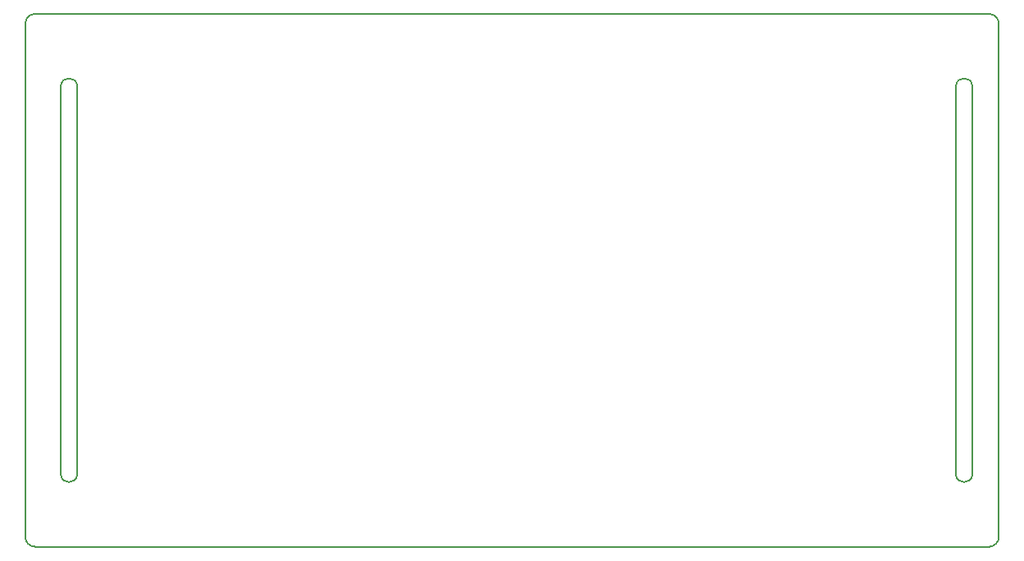
<source format=gbr>
G04 #@! TF.GenerationSoftware,KiCad,Pcbnew,(5.1.2-1)-1*
G04 #@! TF.CreationDate,2019-05-14T20:18:49-07:00*
G04 #@! TF.ProjectId,Box,426f782e-6b69-4636-9164-5f7063625858,rev?*
G04 #@! TF.SameCoordinates,Original*
G04 #@! TF.FileFunction,Profile,NP*
%FSLAX46Y46*%
G04 Gerber Fmt 4.6, Leading zero omitted, Abs format (unit mm)*
G04 Created by KiCad (PCBNEW (5.1.2-1)-1) date 2019-05-14 20:18:49*
%MOMM*%
%LPD*%
G04 APERTURE LIST*
%ADD10C,0.200000*%
G04 APERTURE END LIST*
D10*
X217590000Y-82550000D02*
X217590000Y-122550000D01*
X221021593Y-75050000D02*
G75*
G02X222021593Y-76050000I0J-1000000D01*
G01*
X126925746Y-122550000D02*
G75*
G02X125225746Y-122550000I-850000J0D01*
G01*
X126925746Y-82550000D02*
X126925746Y-122550000D01*
X121571593Y-76050000D02*
X121571593Y-129050000D01*
X222021593Y-76050000D02*
X222021593Y-129050000D01*
X122571593Y-130050000D02*
G75*
G02X121571593Y-129050000I0J1000000D01*
G01*
X219290000Y-82550000D02*
X219290000Y-122550000D01*
X221021593Y-130050000D02*
X122571593Y-130050000D01*
X125225746Y-82550000D02*
X125225746Y-122550000D01*
X222021593Y-129050000D02*
G75*
G02X221021593Y-130050000I-1000000J0D01*
G01*
X121571593Y-76050000D02*
G75*
G02X122571593Y-75050000I1000000J0D01*
G01*
X221021593Y-75050000D02*
X122571593Y-75050000D01*
X219290000Y-122550000D02*
G75*
G02X217590000Y-122550000I-850000J0D01*
G01*
X125225746Y-82550000D02*
G75*
G02X126925746Y-82550000I850000J0D01*
G01*
X217590000Y-82550000D02*
G75*
G02X219290000Y-82550000I850000J0D01*
G01*
M02*

</source>
